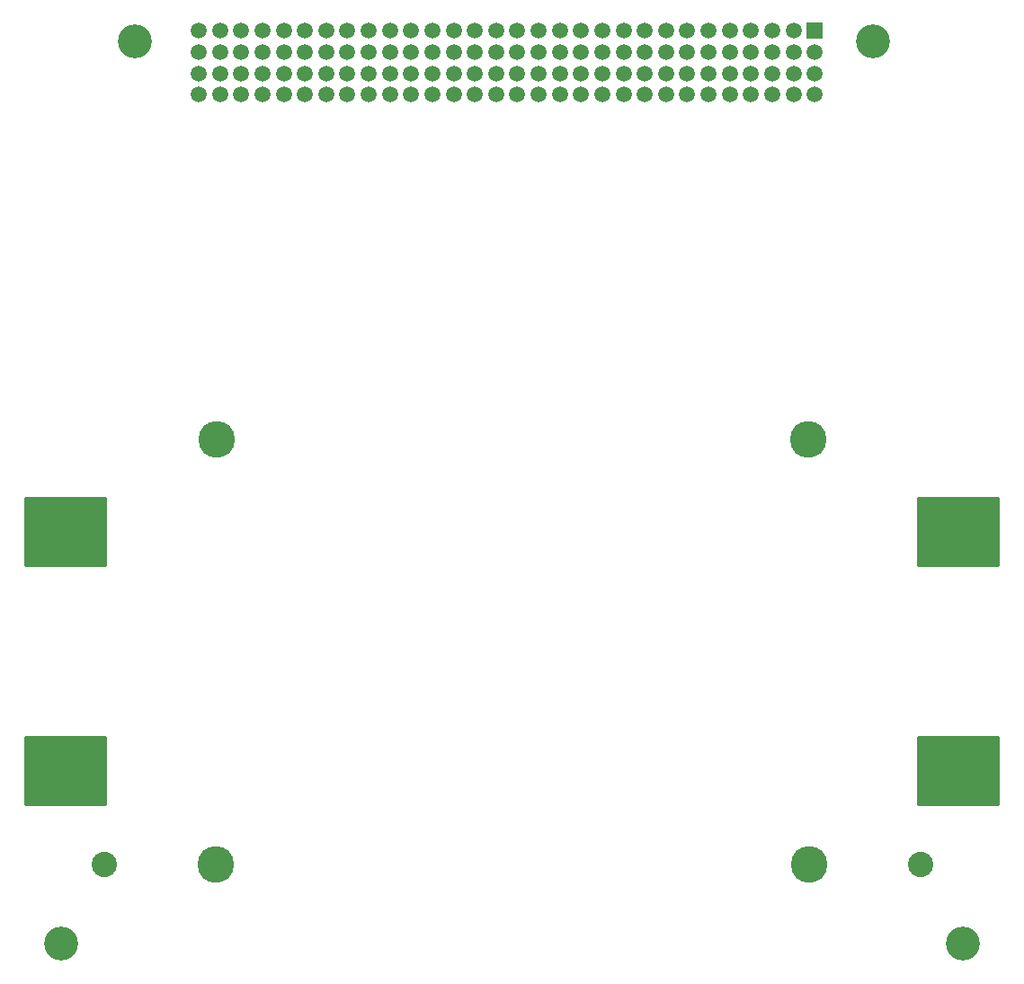
<source format=gbr>
%TF.GenerationSoftware,KiCad,Pcbnew,8.0.0*%
%TF.CreationDate,2025-01-17T01:01:01+02:00*%
%TF.ProjectId,diplomna_2024_bms_pcb_layout,6469706c-6f6d-46e6-915f-323032345f62,rev?*%
%TF.SameCoordinates,Original*%
%TF.FileFunction,Soldermask,Top*%
%TF.FilePolarity,Negative*%
%FSLAX46Y46*%
G04 Gerber Fmt 4.6, Leading zero omitted, Abs format (unit mm)*
G04 Created by KiCad (PCBNEW 8.0.0) date 2025-01-17 01:01:01*
%MOMM*%
%LPD*%
G01*
G04 APERTURE LIST*
G04 Aperture macros list*
%AMRoundRect*
0 Rectangle with rounded corners*
0 $1 Rounding radius*
0 $2 $3 $4 $5 $6 $7 $8 $9 X,Y pos of 4 corners*
0 Add a 4 corners polygon primitive as box body*
4,1,4,$2,$3,$4,$5,$6,$7,$8,$9,$2,$3,0*
0 Add four circle primitives for the rounded corners*
1,1,$1+$1,$2,$3*
1,1,$1+$1,$4,$5*
1,1,$1+$1,$6,$7*
1,1,$1+$1,$8,$9*
0 Add four rect primitives between the rounded corners*
20,1,$1+$1,$2,$3,$4,$5,0*
20,1,$1+$1,$4,$5,$6,$7,0*
20,1,$1+$1,$6,$7,$8,$9,0*
20,1,$1+$1,$8,$9,$2,$3,0*%
G04 Aperture macros list end*
%ADD10C,3.200000*%
%ADD11R,1.500000X1.500000*%
%ADD12C,1.500000*%
%ADD13C,3.450000*%
%ADD14C,2.390000*%
%ADD15RoundRect,0.102000X-3.770000X-3.175000X3.770000X-3.175000X3.770000X3.175000X-3.770000X3.175000X0*%
G04 APERTURE END LIST*
D10*
%TO.C,REF\u002A\u002A*%
X265000000Y-139500000D03*
%TD*%
%TO.C,REF\u002A\u002A*%
X187000000Y-54500000D03*
%TD*%
%TO.C,REF\u002A\u002A*%
X180000000Y-139500000D03*
%TD*%
%TO.C,REF\u002A\u002A*%
X256500000Y-54500000D03*
%TD*%
D11*
%TO.C,J\u002A\u002A*%
X251000000Y-53500000D03*
D12*
X249000000Y-53500000D03*
X247000000Y-53500000D03*
X245000000Y-53500000D03*
X243000000Y-53500000D03*
X241000000Y-53500000D03*
X239000000Y-53500000D03*
X237000000Y-53500000D03*
X235000000Y-53500000D03*
X233000000Y-53500000D03*
X231000000Y-53500000D03*
X229000000Y-53500000D03*
X227000000Y-53500000D03*
X225000000Y-53500000D03*
X223000000Y-53500000D03*
X221000000Y-53500000D03*
X219000000Y-53500000D03*
X217000000Y-53500000D03*
X215000000Y-53500000D03*
X213000000Y-53500000D03*
X211000000Y-53500000D03*
X209000000Y-53500000D03*
X207000000Y-53500000D03*
X205000000Y-53500000D03*
X203000000Y-53500000D03*
X201000000Y-53500000D03*
X199000000Y-53500000D03*
X197000000Y-53500000D03*
X195000000Y-53500000D03*
X193000000Y-53500000D03*
X251000000Y-55500000D03*
X249000000Y-55500000D03*
X247000000Y-55500000D03*
X245000000Y-55500000D03*
X243000000Y-55500000D03*
X241000000Y-55500000D03*
X239000000Y-55500000D03*
X237000000Y-55500000D03*
X235000000Y-55500000D03*
X233000000Y-55500000D03*
X231000000Y-55500000D03*
X229000000Y-55500000D03*
X227000000Y-55500000D03*
X225000000Y-55500000D03*
X223000000Y-55500000D03*
X221000000Y-55500000D03*
X219000000Y-55500000D03*
X217000000Y-55500000D03*
X215000000Y-55500000D03*
X213000000Y-55500000D03*
X211000000Y-55500000D03*
X209000000Y-55500000D03*
X207000000Y-55500000D03*
X205000000Y-55500000D03*
X203000000Y-55500000D03*
X201000000Y-55500000D03*
X199000000Y-55500000D03*
X197000000Y-55500000D03*
X195000000Y-55500000D03*
X193000000Y-55500000D03*
X251000000Y-57500000D03*
X249000000Y-57500000D03*
X247000000Y-57500000D03*
X245000000Y-57500000D03*
X243000000Y-57500000D03*
X241000000Y-57500000D03*
X239000000Y-57500000D03*
X237000000Y-57500000D03*
X235000000Y-57500000D03*
X233000000Y-57500000D03*
X231000000Y-57500000D03*
X229000000Y-57500000D03*
X227000000Y-57500000D03*
X225000000Y-57500000D03*
X223000000Y-57500000D03*
X221000000Y-57500000D03*
X219000000Y-57500000D03*
X217000000Y-57500000D03*
X215000000Y-57500000D03*
X213000000Y-57500000D03*
X211000000Y-57500000D03*
X209000000Y-57500000D03*
X207000000Y-57500000D03*
X205000000Y-57500000D03*
X203000000Y-57500000D03*
X201000000Y-57500000D03*
X199000000Y-57500000D03*
X197000000Y-57500000D03*
X195000000Y-57500000D03*
X193000000Y-57500000D03*
X251000000Y-59500000D03*
X249000000Y-59500000D03*
X247000000Y-59500000D03*
X245000000Y-59500000D03*
X243000000Y-59500000D03*
X241000000Y-59500000D03*
X239000000Y-59500000D03*
X237000000Y-59500000D03*
X235000000Y-59500000D03*
X233000000Y-59500000D03*
X231000000Y-59500000D03*
X229000000Y-59500000D03*
X227000000Y-59500000D03*
X225000000Y-59500000D03*
X223000000Y-59500000D03*
X221000000Y-59500000D03*
X219000000Y-59500000D03*
X217000000Y-59500000D03*
X215000000Y-59500000D03*
X213000000Y-59500000D03*
X211000000Y-59500000D03*
X209000000Y-59500000D03*
X207000000Y-59500000D03*
X205000000Y-59500000D03*
X203000000Y-59500000D03*
X201000000Y-59500000D03*
X199000000Y-59500000D03*
X197000000Y-59500000D03*
X195000000Y-59500000D03*
X193000000Y-59500000D03*
%TD*%
D13*
%TO.C,REF\u002A\u002A*%
X194575000Y-132015000D03*
X250425000Y-91985000D03*
D14*
X260975000Y-132015000D03*
D15*
X264550000Y-100720000D03*
X180450000Y-123280000D03*
X180450000Y-100720000D03*
X264550000Y-123280000D03*
%TD*%
D13*
%TO.C,REF\u002A\u002A*%
X250500000Y-132030000D03*
X194650000Y-92000000D03*
D14*
X184100000Y-132030000D03*
%TD*%
M02*

</source>
